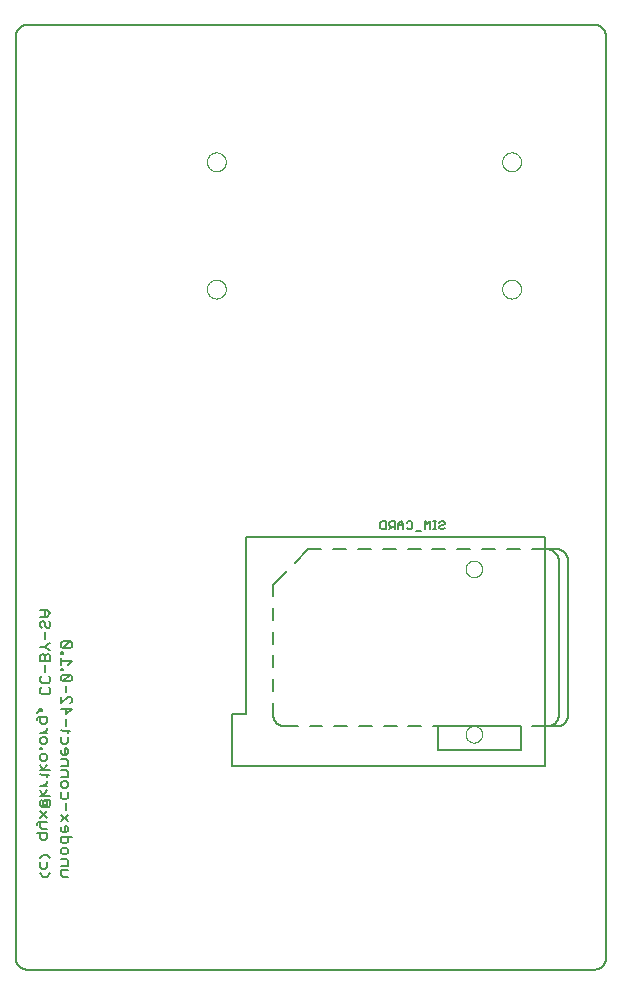
<source format=gbo>
G75*
%MOIN*%
%OFA0B0*%
%FSLAX25Y25*%
%IPPOS*%
%LPD*%
%AMOC8*
5,1,8,0,0,1.08239X$1,22.5*
%
%ADD10C,0.00600*%
%ADD11C,0.00500*%
%ADD12C,0.00000*%
%ADD13C,0.00787*%
D10*
X0014308Y0036009D02*
X0015443Y0036009D01*
X0016577Y0037143D01*
X0014875Y0038464D02*
X0015443Y0039031D01*
X0015443Y0040733D01*
X0016577Y0042147D02*
X0015443Y0043282D01*
X0014308Y0043282D01*
X0013174Y0042147D01*
X0013174Y0040733D02*
X0013174Y0039031D01*
X0013741Y0038464D01*
X0014875Y0038464D01*
X0013174Y0037143D02*
X0014308Y0036009D01*
X0020261Y0036576D02*
X0020261Y0038277D01*
X0022529Y0038277D01*
X0022529Y0039692D02*
X0020261Y0039692D01*
X0022529Y0039692D02*
X0022529Y0041393D01*
X0021962Y0041960D01*
X0020261Y0041960D01*
X0020828Y0043375D02*
X0020261Y0043942D01*
X0020261Y0045076D01*
X0020828Y0045644D01*
X0021962Y0045644D01*
X0022529Y0045076D01*
X0022529Y0043942D01*
X0021962Y0043375D01*
X0020828Y0043375D01*
X0020828Y0047058D02*
X0020261Y0047625D01*
X0020261Y0049327D01*
X0023664Y0049327D01*
X0022529Y0049327D02*
X0022529Y0047625D01*
X0021962Y0047058D01*
X0020828Y0047058D01*
X0020828Y0050741D02*
X0020261Y0051308D01*
X0020261Y0052443D01*
X0021395Y0053010D02*
X0021395Y0050741D01*
X0021962Y0050741D02*
X0022529Y0051308D01*
X0022529Y0052443D01*
X0021962Y0053010D01*
X0021395Y0053010D01*
X0022529Y0054424D02*
X0020261Y0056693D01*
X0021962Y0058108D02*
X0021962Y0060376D01*
X0021962Y0061791D02*
X0020828Y0061791D01*
X0020261Y0062358D01*
X0020261Y0064059D01*
X0020828Y0065474D02*
X0020261Y0066041D01*
X0020261Y0067175D01*
X0020828Y0067742D01*
X0021962Y0067742D01*
X0022529Y0067175D01*
X0022529Y0066041D01*
X0021962Y0065474D01*
X0020828Y0065474D01*
X0022529Y0064059D02*
X0022529Y0062358D01*
X0021962Y0061791D01*
X0022529Y0056693D02*
X0020261Y0054424D01*
X0020828Y0050741D02*
X0021962Y0050741D01*
X0015443Y0050554D02*
X0015443Y0048853D01*
X0014875Y0048286D01*
X0013741Y0048286D01*
X0013174Y0048853D01*
X0013174Y0050554D01*
X0012040Y0050554D02*
X0015443Y0050554D01*
X0015443Y0051969D02*
X0013741Y0051969D01*
X0013174Y0052536D01*
X0013174Y0054238D01*
X0012607Y0054238D02*
X0012040Y0053670D01*
X0012040Y0053103D01*
X0012607Y0054238D02*
X0015443Y0054238D01*
X0015443Y0055652D02*
X0013174Y0057921D01*
X0013741Y0059335D02*
X0016010Y0059335D01*
X0016577Y0059902D01*
X0016577Y0061037D01*
X0016010Y0061604D01*
X0014875Y0061604D01*
X0014308Y0061037D01*
X0015443Y0061037D01*
X0015443Y0059902D01*
X0014308Y0059902D01*
X0014308Y0061037D01*
X0013741Y0061604D02*
X0013174Y0061037D01*
X0013174Y0059902D01*
X0013741Y0059335D01*
X0015443Y0057921D02*
X0013174Y0055652D01*
X0013174Y0063018D02*
X0016577Y0063018D01*
X0015443Y0064720D02*
X0014308Y0063018D01*
X0013174Y0064720D01*
X0013174Y0066088D02*
X0015443Y0066088D01*
X0015443Y0067222D02*
X0015443Y0067789D01*
X0015443Y0067222D02*
X0014308Y0066088D01*
X0015443Y0069157D02*
X0015443Y0070291D01*
X0016010Y0069724D02*
X0013741Y0069724D01*
X0013174Y0070291D01*
X0013174Y0071612D02*
X0016577Y0071612D01*
X0015443Y0073314D02*
X0014308Y0071612D01*
X0013174Y0073314D01*
X0013741Y0074682D02*
X0013174Y0075249D01*
X0013174Y0076383D01*
X0013741Y0076950D01*
X0014875Y0076950D01*
X0015443Y0076383D01*
X0015443Y0075249D01*
X0014875Y0074682D01*
X0013741Y0074682D01*
X0013741Y0078365D02*
X0013741Y0078932D01*
X0013174Y0078932D01*
X0013174Y0078365D01*
X0013741Y0078365D01*
X0013741Y0080206D02*
X0013174Y0080774D01*
X0013174Y0081908D01*
X0013741Y0082475D01*
X0014875Y0082475D01*
X0015443Y0081908D01*
X0015443Y0080774D01*
X0014875Y0080206D01*
X0013741Y0080206D01*
X0013174Y0083890D02*
X0015443Y0083890D01*
X0015443Y0085024D02*
X0015443Y0085591D01*
X0015443Y0085024D02*
X0014308Y0083890D01*
X0013741Y0086959D02*
X0013174Y0087526D01*
X0013174Y0089227D01*
X0012607Y0089227D02*
X0012040Y0088660D01*
X0012040Y0088093D01*
X0012607Y0089227D02*
X0015443Y0089227D01*
X0015443Y0087526D01*
X0014875Y0086959D01*
X0013741Y0086959D01*
X0012040Y0090642D02*
X0013174Y0091776D01*
X0013174Y0091209D01*
X0013741Y0091209D01*
X0013741Y0091776D01*
X0013174Y0091776D01*
X0013741Y0096780D02*
X0013174Y0097348D01*
X0013174Y0098482D01*
X0013741Y0099049D01*
X0013741Y0100464D02*
X0013174Y0101031D01*
X0013174Y0102165D01*
X0013741Y0102732D01*
X0014875Y0104147D02*
X0014875Y0106415D01*
X0014875Y0107830D02*
X0014875Y0109531D01*
X0014308Y0110099D01*
X0013741Y0110099D01*
X0013174Y0109531D01*
X0013174Y0107830D01*
X0016577Y0107830D01*
X0016577Y0109531D01*
X0016010Y0110099D01*
X0015443Y0110099D01*
X0014875Y0109531D01*
X0016010Y0111513D02*
X0014875Y0112647D01*
X0013174Y0112647D01*
X0014875Y0112647D02*
X0016010Y0113782D01*
X0016577Y0113782D01*
X0014875Y0115196D02*
X0014875Y0117465D01*
X0015443Y0118879D02*
X0014875Y0119447D01*
X0014875Y0120581D01*
X0014308Y0121148D01*
X0013741Y0121148D01*
X0013174Y0120581D01*
X0013174Y0119447D01*
X0013741Y0118879D01*
X0015443Y0118879D02*
X0016010Y0118879D01*
X0016577Y0119447D01*
X0016577Y0120581D01*
X0016010Y0121148D01*
X0015443Y0122563D02*
X0013174Y0122563D01*
X0014875Y0122563D02*
X0014875Y0124831D01*
X0015443Y0124831D02*
X0013174Y0124831D01*
X0015443Y0124831D02*
X0016577Y0123697D01*
X0015443Y0122563D01*
X0020828Y0114396D02*
X0020261Y0113828D01*
X0020261Y0112694D01*
X0020828Y0112127D01*
X0023096Y0114396D01*
X0020828Y0114396D01*
X0023096Y0114396D02*
X0023664Y0113828D01*
X0023664Y0112694D01*
X0023096Y0112127D01*
X0020828Y0112127D01*
X0020828Y0110853D02*
X0020261Y0110853D01*
X0020261Y0110285D01*
X0020828Y0110285D01*
X0020828Y0110853D01*
X0020261Y0108871D02*
X0020261Y0106602D01*
X0020261Y0107737D02*
X0023664Y0107737D01*
X0022529Y0106602D01*
X0020828Y0105328D02*
X0020261Y0105328D01*
X0020261Y0104761D01*
X0020828Y0104761D01*
X0020828Y0105328D01*
X0020828Y0103346D02*
X0020261Y0102779D01*
X0020261Y0101645D01*
X0020828Y0101078D01*
X0023096Y0103346D01*
X0020828Y0103346D01*
X0023096Y0103346D02*
X0023664Y0102779D01*
X0023664Y0101645D01*
X0023096Y0101078D01*
X0020828Y0101078D01*
X0021962Y0099663D02*
X0021962Y0097394D01*
X0022529Y0095980D02*
X0023096Y0095980D01*
X0023664Y0095413D01*
X0023664Y0094278D01*
X0023096Y0093711D01*
X0021962Y0092297D02*
X0021962Y0090028D01*
X0023664Y0091730D01*
X0020261Y0091730D01*
X0020261Y0093711D02*
X0022529Y0095980D01*
X0020261Y0095980D02*
X0020261Y0093711D01*
X0016577Y0097348D02*
X0016010Y0096780D01*
X0013741Y0096780D01*
X0016577Y0097348D02*
X0016577Y0098482D01*
X0016010Y0099049D01*
X0016010Y0100464D02*
X0013741Y0100464D01*
X0016010Y0100464D02*
X0016577Y0101031D01*
X0016577Y0102165D01*
X0016010Y0102732D01*
X0016010Y0111513D02*
X0016577Y0111513D01*
X0021962Y0088614D02*
X0021962Y0086345D01*
X0022529Y0085024D02*
X0022529Y0083890D01*
X0023096Y0084457D02*
X0020828Y0084457D01*
X0020261Y0085024D01*
X0020261Y0082475D02*
X0020261Y0080774D01*
X0020828Y0080206D01*
X0021962Y0080206D01*
X0022529Y0080774D01*
X0022529Y0082475D01*
X0021962Y0078792D02*
X0021395Y0078792D01*
X0021395Y0076523D01*
X0021962Y0076523D02*
X0022529Y0077090D01*
X0022529Y0078225D01*
X0021962Y0078792D01*
X0020261Y0078225D02*
X0020261Y0077090D01*
X0020828Y0076523D01*
X0021962Y0076523D01*
X0021962Y0075109D02*
X0020261Y0075109D01*
X0021962Y0075109D02*
X0022529Y0074542D01*
X0022529Y0072840D01*
X0020261Y0072840D01*
X0020261Y0071426D02*
X0021962Y0071426D01*
X0022529Y0070858D01*
X0022529Y0069157D01*
X0020261Y0069157D01*
X0020261Y0036576D02*
X0020828Y0036009D01*
X0022529Y0036009D01*
D11*
X0005000Y0008937D02*
X0005000Y0316024D01*
X0005002Y0316148D01*
X0005008Y0316271D01*
X0005017Y0316395D01*
X0005031Y0316517D01*
X0005048Y0316640D01*
X0005070Y0316762D01*
X0005095Y0316883D01*
X0005124Y0317003D01*
X0005156Y0317122D01*
X0005193Y0317241D01*
X0005233Y0317358D01*
X0005276Y0317473D01*
X0005324Y0317588D01*
X0005375Y0317700D01*
X0005429Y0317811D01*
X0005487Y0317921D01*
X0005548Y0318028D01*
X0005613Y0318134D01*
X0005681Y0318237D01*
X0005752Y0318338D01*
X0005826Y0318437D01*
X0005903Y0318534D01*
X0005984Y0318628D01*
X0006067Y0318719D01*
X0006153Y0318808D01*
X0006242Y0318894D01*
X0006333Y0318977D01*
X0006427Y0319058D01*
X0006524Y0319135D01*
X0006623Y0319209D01*
X0006724Y0319280D01*
X0006827Y0319348D01*
X0006933Y0319413D01*
X0007040Y0319474D01*
X0007150Y0319532D01*
X0007261Y0319586D01*
X0007373Y0319637D01*
X0007488Y0319685D01*
X0007603Y0319728D01*
X0007720Y0319768D01*
X0007839Y0319805D01*
X0007958Y0319837D01*
X0008078Y0319866D01*
X0008199Y0319891D01*
X0008321Y0319913D01*
X0008444Y0319930D01*
X0008566Y0319944D01*
X0008690Y0319953D01*
X0008813Y0319959D01*
X0008937Y0319961D01*
X0197913Y0319961D01*
X0198037Y0319959D01*
X0198160Y0319953D01*
X0198284Y0319944D01*
X0198406Y0319930D01*
X0198529Y0319913D01*
X0198651Y0319891D01*
X0198772Y0319866D01*
X0198892Y0319837D01*
X0199011Y0319805D01*
X0199130Y0319768D01*
X0199247Y0319728D01*
X0199362Y0319685D01*
X0199477Y0319637D01*
X0199589Y0319586D01*
X0199700Y0319532D01*
X0199810Y0319474D01*
X0199917Y0319413D01*
X0200023Y0319348D01*
X0200126Y0319280D01*
X0200227Y0319209D01*
X0200326Y0319135D01*
X0200423Y0319058D01*
X0200517Y0318977D01*
X0200608Y0318894D01*
X0200697Y0318808D01*
X0200783Y0318719D01*
X0200866Y0318628D01*
X0200947Y0318534D01*
X0201024Y0318437D01*
X0201098Y0318338D01*
X0201169Y0318237D01*
X0201237Y0318134D01*
X0201302Y0318028D01*
X0201363Y0317921D01*
X0201421Y0317811D01*
X0201475Y0317700D01*
X0201526Y0317588D01*
X0201574Y0317473D01*
X0201617Y0317358D01*
X0201657Y0317241D01*
X0201694Y0317122D01*
X0201726Y0317003D01*
X0201755Y0316883D01*
X0201780Y0316762D01*
X0201802Y0316640D01*
X0201819Y0316517D01*
X0201833Y0316395D01*
X0201842Y0316271D01*
X0201848Y0316148D01*
X0201850Y0316024D01*
X0201850Y0008937D01*
X0201848Y0008813D01*
X0201842Y0008690D01*
X0201833Y0008566D01*
X0201819Y0008444D01*
X0201802Y0008321D01*
X0201780Y0008199D01*
X0201755Y0008078D01*
X0201726Y0007958D01*
X0201694Y0007839D01*
X0201657Y0007720D01*
X0201617Y0007603D01*
X0201574Y0007488D01*
X0201526Y0007373D01*
X0201475Y0007261D01*
X0201421Y0007150D01*
X0201363Y0007040D01*
X0201302Y0006933D01*
X0201237Y0006827D01*
X0201169Y0006724D01*
X0201098Y0006623D01*
X0201024Y0006524D01*
X0200947Y0006427D01*
X0200866Y0006333D01*
X0200783Y0006242D01*
X0200697Y0006153D01*
X0200608Y0006067D01*
X0200517Y0005984D01*
X0200423Y0005903D01*
X0200326Y0005826D01*
X0200227Y0005752D01*
X0200126Y0005681D01*
X0200023Y0005613D01*
X0199917Y0005548D01*
X0199810Y0005487D01*
X0199700Y0005429D01*
X0199589Y0005375D01*
X0199477Y0005324D01*
X0199362Y0005276D01*
X0199247Y0005233D01*
X0199130Y0005193D01*
X0199011Y0005156D01*
X0198892Y0005124D01*
X0198772Y0005095D01*
X0198651Y0005070D01*
X0198529Y0005048D01*
X0198406Y0005031D01*
X0198284Y0005017D01*
X0198160Y0005008D01*
X0198037Y0005002D01*
X0197913Y0005000D01*
X0008937Y0005000D01*
X0008813Y0005002D01*
X0008690Y0005008D01*
X0008566Y0005017D01*
X0008444Y0005031D01*
X0008321Y0005048D01*
X0008199Y0005070D01*
X0008078Y0005095D01*
X0007958Y0005124D01*
X0007839Y0005156D01*
X0007720Y0005193D01*
X0007603Y0005233D01*
X0007488Y0005276D01*
X0007373Y0005324D01*
X0007261Y0005375D01*
X0007150Y0005429D01*
X0007040Y0005487D01*
X0006933Y0005548D01*
X0006827Y0005613D01*
X0006724Y0005681D01*
X0006623Y0005752D01*
X0006524Y0005826D01*
X0006427Y0005903D01*
X0006333Y0005984D01*
X0006242Y0006067D01*
X0006153Y0006153D01*
X0006067Y0006242D01*
X0005984Y0006333D01*
X0005903Y0006427D01*
X0005826Y0006524D01*
X0005752Y0006623D01*
X0005681Y0006724D01*
X0005613Y0006827D01*
X0005548Y0006933D01*
X0005487Y0007040D01*
X0005429Y0007150D01*
X0005375Y0007261D01*
X0005324Y0007373D01*
X0005276Y0007488D01*
X0005233Y0007603D01*
X0005193Y0007720D01*
X0005156Y0007839D01*
X0005124Y0007958D01*
X0005095Y0008078D01*
X0005070Y0008199D01*
X0005048Y0008321D01*
X0005031Y0008444D01*
X0005017Y0008566D01*
X0005008Y0008690D01*
X0005002Y0008813D01*
X0005000Y0008937D01*
X0127062Y0151707D02*
X0126612Y0152157D01*
X0126612Y0153959D01*
X0127062Y0154409D01*
X0128414Y0154409D01*
X0128414Y0151707D01*
X0127062Y0151707D01*
X0129559Y0151707D02*
X0130459Y0152607D01*
X0130009Y0152607D02*
X0131360Y0152607D01*
X0131360Y0151707D02*
X0131360Y0154409D01*
X0130009Y0154409D01*
X0129559Y0153959D01*
X0129559Y0153058D01*
X0130009Y0152607D01*
X0132505Y0153058D02*
X0134307Y0153058D01*
X0134307Y0153508D02*
X0133406Y0154409D01*
X0132505Y0153508D01*
X0132505Y0151707D01*
X0134307Y0151707D02*
X0134307Y0153508D01*
X0135452Y0153959D02*
X0135902Y0154409D01*
X0136803Y0154409D01*
X0137253Y0153959D01*
X0137253Y0152157D01*
X0136803Y0151707D01*
X0135902Y0151707D01*
X0135452Y0152157D01*
X0138398Y0151256D02*
X0140200Y0151256D01*
X0141345Y0151707D02*
X0141345Y0154409D01*
X0142245Y0153508D01*
X0143146Y0154409D01*
X0143146Y0151707D01*
X0144210Y0151707D02*
X0145111Y0151707D01*
X0144660Y0151707D02*
X0144660Y0154409D01*
X0144210Y0154409D02*
X0145111Y0154409D01*
X0146256Y0153959D02*
X0146706Y0154409D01*
X0147607Y0154409D01*
X0148057Y0153959D01*
X0148057Y0153508D01*
X0147607Y0153058D01*
X0146706Y0153058D01*
X0146256Y0152607D01*
X0146256Y0152157D01*
X0146706Y0151707D01*
X0147607Y0151707D01*
X0148057Y0152157D01*
D12*
X0155000Y0138543D02*
X0155002Y0138648D01*
X0155008Y0138753D01*
X0155018Y0138857D01*
X0155032Y0138961D01*
X0155050Y0139065D01*
X0155072Y0139167D01*
X0155097Y0139269D01*
X0155127Y0139370D01*
X0155160Y0139469D01*
X0155197Y0139567D01*
X0155238Y0139664D01*
X0155283Y0139759D01*
X0155331Y0139852D01*
X0155382Y0139944D01*
X0155438Y0140033D01*
X0155496Y0140120D01*
X0155558Y0140205D01*
X0155622Y0140288D01*
X0155690Y0140368D01*
X0155761Y0140445D01*
X0155835Y0140519D01*
X0155912Y0140591D01*
X0155991Y0140660D01*
X0156073Y0140725D01*
X0156157Y0140788D01*
X0156244Y0140847D01*
X0156333Y0140903D01*
X0156424Y0140956D01*
X0156517Y0141005D01*
X0156611Y0141050D01*
X0156707Y0141092D01*
X0156805Y0141130D01*
X0156904Y0141164D01*
X0157005Y0141195D01*
X0157106Y0141221D01*
X0157209Y0141244D01*
X0157312Y0141263D01*
X0157416Y0141278D01*
X0157520Y0141289D01*
X0157625Y0141296D01*
X0157730Y0141299D01*
X0157835Y0141298D01*
X0157940Y0141293D01*
X0158044Y0141284D01*
X0158148Y0141271D01*
X0158252Y0141254D01*
X0158355Y0141233D01*
X0158457Y0141208D01*
X0158558Y0141180D01*
X0158657Y0141147D01*
X0158756Y0141111D01*
X0158853Y0141071D01*
X0158948Y0141028D01*
X0159042Y0140980D01*
X0159134Y0140930D01*
X0159224Y0140876D01*
X0159312Y0140818D01*
X0159397Y0140757D01*
X0159480Y0140693D01*
X0159561Y0140626D01*
X0159639Y0140556D01*
X0159714Y0140482D01*
X0159786Y0140407D01*
X0159856Y0140328D01*
X0159922Y0140247D01*
X0159986Y0140163D01*
X0160046Y0140077D01*
X0160102Y0139989D01*
X0160156Y0139898D01*
X0160206Y0139806D01*
X0160252Y0139712D01*
X0160295Y0139616D01*
X0160334Y0139518D01*
X0160369Y0139420D01*
X0160400Y0139319D01*
X0160428Y0139218D01*
X0160452Y0139116D01*
X0160472Y0139013D01*
X0160488Y0138909D01*
X0160500Y0138805D01*
X0160508Y0138700D01*
X0160512Y0138595D01*
X0160512Y0138491D01*
X0160508Y0138386D01*
X0160500Y0138281D01*
X0160488Y0138177D01*
X0160472Y0138073D01*
X0160452Y0137970D01*
X0160428Y0137868D01*
X0160400Y0137767D01*
X0160369Y0137666D01*
X0160334Y0137568D01*
X0160295Y0137470D01*
X0160252Y0137374D01*
X0160206Y0137280D01*
X0160156Y0137188D01*
X0160102Y0137097D01*
X0160046Y0137009D01*
X0159986Y0136923D01*
X0159922Y0136839D01*
X0159856Y0136758D01*
X0159786Y0136679D01*
X0159714Y0136604D01*
X0159639Y0136530D01*
X0159561Y0136460D01*
X0159480Y0136393D01*
X0159397Y0136329D01*
X0159312Y0136268D01*
X0159224Y0136210D01*
X0159134Y0136156D01*
X0159042Y0136106D01*
X0158948Y0136058D01*
X0158853Y0136015D01*
X0158756Y0135975D01*
X0158657Y0135939D01*
X0158558Y0135906D01*
X0158457Y0135878D01*
X0158355Y0135853D01*
X0158252Y0135832D01*
X0158148Y0135815D01*
X0158044Y0135802D01*
X0157940Y0135793D01*
X0157835Y0135788D01*
X0157730Y0135787D01*
X0157625Y0135790D01*
X0157520Y0135797D01*
X0157416Y0135808D01*
X0157312Y0135823D01*
X0157209Y0135842D01*
X0157106Y0135865D01*
X0157005Y0135891D01*
X0156904Y0135922D01*
X0156805Y0135956D01*
X0156707Y0135994D01*
X0156611Y0136036D01*
X0156517Y0136081D01*
X0156424Y0136130D01*
X0156333Y0136183D01*
X0156244Y0136239D01*
X0156157Y0136298D01*
X0156073Y0136361D01*
X0155991Y0136426D01*
X0155912Y0136495D01*
X0155835Y0136567D01*
X0155761Y0136641D01*
X0155690Y0136718D01*
X0155622Y0136798D01*
X0155558Y0136881D01*
X0155496Y0136966D01*
X0155438Y0137053D01*
X0155382Y0137142D01*
X0155331Y0137234D01*
X0155283Y0137327D01*
X0155238Y0137422D01*
X0155197Y0137519D01*
X0155160Y0137617D01*
X0155127Y0137716D01*
X0155097Y0137817D01*
X0155072Y0137919D01*
X0155050Y0138021D01*
X0155032Y0138125D01*
X0155018Y0138229D01*
X0155008Y0138333D01*
X0155002Y0138438D01*
X0155000Y0138543D01*
X0155000Y0083425D02*
X0155002Y0083530D01*
X0155008Y0083635D01*
X0155018Y0083739D01*
X0155032Y0083843D01*
X0155050Y0083947D01*
X0155072Y0084049D01*
X0155097Y0084151D01*
X0155127Y0084252D01*
X0155160Y0084351D01*
X0155197Y0084449D01*
X0155238Y0084546D01*
X0155283Y0084641D01*
X0155331Y0084734D01*
X0155382Y0084826D01*
X0155438Y0084915D01*
X0155496Y0085002D01*
X0155558Y0085087D01*
X0155622Y0085170D01*
X0155690Y0085250D01*
X0155761Y0085327D01*
X0155835Y0085401D01*
X0155912Y0085473D01*
X0155991Y0085542D01*
X0156073Y0085607D01*
X0156157Y0085670D01*
X0156244Y0085729D01*
X0156333Y0085785D01*
X0156424Y0085838D01*
X0156517Y0085887D01*
X0156611Y0085932D01*
X0156707Y0085974D01*
X0156805Y0086012D01*
X0156904Y0086046D01*
X0157005Y0086077D01*
X0157106Y0086103D01*
X0157209Y0086126D01*
X0157312Y0086145D01*
X0157416Y0086160D01*
X0157520Y0086171D01*
X0157625Y0086178D01*
X0157730Y0086181D01*
X0157835Y0086180D01*
X0157940Y0086175D01*
X0158044Y0086166D01*
X0158148Y0086153D01*
X0158252Y0086136D01*
X0158355Y0086115D01*
X0158457Y0086090D01*
X0158558Y0086062D01*
X0158657Y0086029D01*
X0158756Y0085993D01*
X0158853Y0085953D01*
X0158948Y0085910D01*
X0159042Y0085862D01*
X0159134Y0085812D01*
X0159224Y0085758D01*
X0159312Y0085700D01*
X0159397Y0085639D01*
X0159480Y0085575D01*
X0159561Y0085508D01*
X0159639Y0085438D01*
X0159714Y0085364D01*
X0159786Y0085289D01*
X0159856Y0085210D01*
X0159922Y0085129D01*
X0159986Y0085045D01*
X0160046Y0084959D01*
X0160102Y0084871D01*
X0160156Y0084780D01*
X0160206Y0084688D01*
X0160252Y0084594D01*
X0160295Y0084498D01*
X0160334Y0084400D01*
X0160369Y0084302D01*
X0160400Y0084201D01*
X0160428Y0084100D01*
X0160452Y0083998D01*
X0160472Y0083895D01*
X0160488Y0083791D01*
X0160500Y0083687D01*
X0160508Y0083582D01*
X0160512Y0083477D01*
X0160512Y0083373D01*
X0160508Y0083268D01*
X0160500Y0083163D01*
X0160488Y0083059D01*
X0160472Y0082955D01*
X0160452Y0082852D01*
X0160428Y0082750D01*
X0160400Y0082649D01*
X0160369Y0082548D01*
X0160334Y0082450D01*
X0160295Y0082352D01*
X0160252Y0082256D01*
X0160206Y0082162D01*
X0160156Y0082070D01*
X0160102Y0081979D01*
X0160046Y0081891D01*
X0159986Y0081805D01*
X0159922Y0081721D01*
X0159856Y0081640D01*
X0159786Y0081561D01*
X0159714Y0081486D01*
X0159639Y0081412D01*
X0159561Y0081342D01*
X0159480Y0081275D01*
X0159397Y0081211D01*
X0159312Y0081150D01*
X0159224Y0081092D01*
X0159134Y0081038D01*
X0159042Y0080988D01*
X0158948Y0080940D01*
X0158853Y0080897D01*
X0158756Y0080857D01*
X0158657Y0080821D01*
X0158558Y0080788D01*
X0158457Y0080760D01*
X0158355Y0080735D01*
X0158252Y0080714D01*
X0158148Y0080697D01*
X0158044Y0080684D01*
X0157940Y0080675D01*
X0157835Y0080670D01*
X0157730Y0080669D01*
X0157625Y0080672D01*
X0157520Y0080679D01*
X0157416Y0080690D01*
X0157312Y0080705D01*
X0157209Y0080724D01*
X0157106Y0080747D01*
X0157005Y0080773D01*
X0156904Y0080804D01*
X0156805Y0080838D01*
X0156707Y0080876D01*
X0156611Y0080918D01*
X0156517Y0080963D01*
X0156424Y0081012D01*
X0156333Y0081065D01*
X0156244Y0081121D01*
X0156157Y0081180D01*
X0156073Y0081243D01*
X0155991Y0081308D01*
X0155912Y0081377D01*
X0155835Y0081449D01*
X0155761Y0081523D01*
X0155690Y0081600D01*
X0155622Y0081680D01*
X0155558Y0081763D01*
X0155496Y0081848D01*
X0155438Y0081935D01*
X0155382Y0082024D01*
X0155331Y0082116D01*
X0155283Y0082209D01*
X0155238Y0082304D01*
X0155197Y0082401D01*
X0155160Y0082499D01*
X0155127Y0082598D01*
X0155097Y0082699D01*
X0155072Y0082801D01*
X0155050Y0082903D01*
X0155032Y0083007D01*
X0155018Y0083111D01*
X0155008Y0083215D01*
X0155002Y0083320D01*
X0155000Y0083425D01*
X0167204Y0231831D02*
X0167206Y0231943D01*
X0167212Y0232054D01*
X0167222Y0232166D01*
X0167236Y0232277D01*
X0167253Y0232387D01*
X0167275Y0232497D01*
X0167301Y0232606D01*
X0167330Y0232714D01*
X0167363Y0232820D01*
X0167400Y0232926D01*
X0167441Y0233030D01*
X0167486Y0233133D01*
X0167534Y0233234D01*
X0167585Y0233333D01*
X0167640Y0233430D01*
X0167699Y0233525D01*
X0167760Y0233619D01*
X0167825Y0233710D01*
X0167894Y0233798D01*
X0167965Y0233884D01*
X0168039Y0233968D01*
X0168117Y0234048D01*
X0168197Y0234126D01*
X0168280Y0234202D01*
X0168365Y0234274D01*
X0168453Y0234343D01*
X0168543Y0234409D01*
X0168636Y0234471D01*
X0168731Y0234531D01*
X0168828Y0234587D01*
X0168926Y0234639D01*
X0169027Y0234688D01*
X0169129Y0234733D01*
X0169233Y0234775D01*
X0169338Y0234813D01*
X0169445Y0234847D01*
X0169552Y0234877D01*
X0169661Y0234904D01*
X0169770Y0234926D01*
X0169881Y0234945D01*
X0169991Y0234960D01*
X0170103Y0234971D01*
X0170214Y0234978D01*
X0170326Y0234981D01*
X0170438Y0234980D01*
X0170550Y0234975D01*
X0170661Y0234966D01*
X0170772Y0234953D01*
X0170883Y0234936D01*
X0170993Y0234916D01*
X0171102Y0234891D01*
X0171210Y0234863D01*
X0171317Y0234830D01*
X0171423Y0234794D01*
X0171527Y0234754D01*
X0171630Y0234711D01*
X0171732Y0234664D01*
X0171831Y0234613D01*
X0171929Y0234559D01*
X0172025Y0234501D01*
X0172119Y0234440D01*
X0172210Y0234376D01*
X0172299Y0234309D01*
X0172386Y0234238D01*
X0172470Y0234164D01*
X0172552Y0234088D01*
X0172630Y0234008D01*
X0172706Y0233926D01*
X0172779Y0233841D01*
X0172849Y0233754D01*
X0172915Y0233664D01*
X0172979Y0233572D01*
X0173039Y0233478D01*
X0173096Y0233382D01*
X0173149Y0233283D01*
X0173199Y0233183D01*
X0173245Y0233082D01*
X0173288Y0232978D01*
X0173327Y0232873D01*
X0173362Y0232767D01*
X0173393Y0232660D01*
X0173421Y0232551D01*
X0173444Y0232442D01*
X0173464Y0232332D01*
X0173480Y0232221D01*
X0173492Y0232110D01*
X0173500Y0231999D01*
X0173504Y0231887D01*
X0173504Y0231775D01*
X0173500Y0231663D01*
X0173492Y0231552D01*
X0173480Y0231441D01*
X0173464Y0231330D01*
X0173444Y0231220D01*
X0173421Y0231111D01*
X0173393Y0231002D01*
X0173362Y0230895D01*
X0173327Y0230789D01*
X0173288Y0230684D01*
X0173245Y0230580D01*
X0173199Y0230479D01*
X0173149Y0230379D01*
X0173096Y0230280D01*
X0173039Y0230184D01*
X0172979Y0230090D01*
X0172915Y0229998D01*
X0172849Y0229908D01*
X0172779Y0229821D01*
X0172706Y0229736D01*
X0172630Y0229654D01*
X0172552Y0229574D01*
X0172470Y0229498D01*
X0172386Y0229424D01*
X0172299Y0229353D01*
X0172210Y0229286D01*
X0172119Y0229222D01*
X0172025Y0229161D01*
X0171929Y0229103D01*
X0171831Y0229049D01*
X0171732Y0228998D01*
X0171630Y0228951D01*
X0171527Y0228908D01*
X0171423Y0228868D01*
X0171317Y0228832D01*
X0171210Y0228799D01*
X0171102Y0228771D01*
X0170993Y0228746D01*
X0170883Y0228726D01*
X0170772Y0228709D01*
X0170661Y0228696D01*
X0170550Y0228687D01*
X0170438Y0228682D01*
X0170326Y0228681D01*
X0170214Y0228684D01*
X0170103Y0228691D01*
X0169991Y0228702D01*
X0169881Y0228717D01*
X0169770Y0228736D01*
X0169661Y0228758D01*
X0169552Y0228785D01*
X0169445Y0228815D01*
X0169338Y0228849D01*
X0169233Y0228887D01*
X0169129Y0228929D01*
X0169027Y0228974D01*
X0168926Y0229023D01*
X0168828Y0229075D01*
X0168731Y0229131D01*
X0168636Y0229191D01*
X0168543Y0229253D01*
X0168453Y0229319D01*
X0168365Y0229388D01*
X0168280Y0229460D01*
X0168197Y0229536D01*
X0168117Y0229614D01*
X0168039Y0229694D01*
X0167965Y0229778D01*
X0167894Y0229864D01*
X0167825Y0229952D01*
X0167760Y0230043D01*
X0167699Y0230137D01*
X0167640Y0230232D01*
X0167585Y0230329D01*
X0167534Y0230428D01*
X0167486Y0230529D01*
X0167441Y0230632D01*
X0167400Y0230736D01*
X0167363Y0230842D01*
X0167330Y0230948D01*
X0167301Y0231056D01*
X0167275Y0231165D01*
X0167253Y0231275D01*
X0167236Y0231385D01*
X0167222Y0231496D01*
X0167212Y0231608D01*
X0167206Y0231719D01*
X0167204Y0231831D01*
X0167204Y0274232D02*
X0167206Y0274344D01*
X0167212Y0274455D01*
X0167222Y0274567D01*
X0167236Y0274678D01*
X0167253Y0274788D01*
X0167275Y0274898D01*
X0167301Y0275007D01*
X0167330Y0275115D01*
X0167363Y0275221D01*
X0167400Y0275327D01*
X0167441Y0275431D01*
X0167486Y0275534D01*
X0167534Y0275635D01*
X0167585Y0275734D01*
X0167640Y0275831D01*
X0167699Y0275926D01*
X0167760Y0276020D01*
X0167825Y0276111D01*
X0167894Y0276199D01*
X0167965Y0276285D01*
X0168039Y0276369D01*
X0168117Y0276449D01*
X0168197Y0276527D01*
X0168280Y0276603D01*
X0168365Y0276675D01*
X0168453Y0276744D01*
X0168543Y0276810D01*
X0168636Y0276872D01*
X0168731Y0276932D01*
X0168828Y0276988D01*
X0168926Y0277040D01*
X0169027Y0277089D01*
X0169129Y0277134D01*
X0169233Y0277176D01*
X0169338Y0277214D01*
X0169445Y0277248D01*
X0169552Y0277278D01*
X0169661Y0277305D01*
X0169770Y0277327D01*
X0169881Y0277346D01*
X0169991Y0277361D01*
X0170103Y0277372D01*
X0170214Y0277379D01*
X0170326Y0277382D01*
X0170438Y0277381D01*
X0170550Y0277376D01*
X0170661Y0277367D01*
X0170772Y0277354D01*
X0170883Y0277337D01*
X0170993Y0277317D01*
X0171102Y0277292D01*
X0171210Y0277264D01*
X0171317Y0277231D01*
X0171423Y0277195D01*
X0171527Y0277155D01*
X0171630Y0277112D01*
X0171732Y0277065D01*
X0171831Y0277014D01*
X0171929Y0276960D01*
X0172025Y0276902D01*
X0172119Y0276841D01*
X0172210Y0276777D01*
X0172299Y0276710D01*
X0172386Y0276639D01*
X0172470Y0276565D01*
X0172552Y0276489D01*
X0172630Y0276409D01*
X0172706Y0276327D01*
X0172779Y0276242D01*
X0172849Y0276155D01*
X0172915Y0276065D01*
X0172979Y0275973D01*
X0173039Y0275879D01*
X0173096Y0275783D01*
X0173149Y0275684D01*
X0173199Y0275584D01*
X0173245Y0275483D01*
X0173288Y0275379D01*
X0173327Y0275274D01*
X0173362Y0275168D01*
X0173393Y0275061D01*
X0173421Y0274952D01*
X0173444Y0274843D01*
X0173464Y0274733D01*
X0173480Y0274622D01*
X0173492Y0274511D01*
X0173500Y0274400D01*
X0173504Y0274288D01*
X0173504Y0274176D01*
X0173500Y0274064D01*
X0173492Y0273953D01*
X0173480Y0273842D01*
X0173464Y0273731D01*
X0173444Y0273621D01*
X0173421Y0273512D01*
X0173393Y0273403D01*
X0173362Y0273296D01*
X0173327Y0273190D01*
X0173288Y0273085D01*
X0173245Y0272981D01*
X0173199Y0272880D01*
X0173149Y0272780D01*
X0173096Y0272681D01*
X0173039Y0272585D01*
X0172979Y0272491D01*
X0172915Y0272399D01*
X0172849Y0272309D01*
X0172779Y0272222D01*
X0172706Y0272137D01*
X0172630Y0272055D01*
X0172552Y0271975D01*
X0172470Y0271899D01*
X0172386Y0271825D01*
X0172299Y0271754D01*
X0172210Y0271687D01*
X0172119Y0271623D01*
X0172025Y0271562D01*
X0171929Y0271504D01*
X0171831Y0271450D01*
X0171732Y0271399D01*
X0171630Y0271352D01*
X0171527Y0271309D01*
X0171423Y0271269D01*
X0171317Y0271233D01*
X0171210Y0271200D01*
X0171102Y0271172D01*
X0170993Y0271147D01*
X0170883Y0271127D01*
X0170772Y0271110D01*
X0170661Y0271097D01*
X0170550Y0271088D01*
X0170438Y0271083D01*
X0170326Y0271082D01*
X0170214Y0271085D01*
X0170103Y0271092D01*
X0169991Y0271103D01*
X0169881Y0271118D01*
X0169770Y0271137D01*
X0169661Y0271159D01*
X0169552Y0271186D01*
X0169445Y0271216D01*
X0169338Y0271250D01*
X0169233Y0271288D01*
X0169129Y0271330D01*
X0169027Y0271375D01*
X0168926Y0271424D01*
X0168828Y0271476D01*
X0168731Y0271532D01*
X0168636Y0271592D01*
X0168543Y0271654D01*
X0168453Y0271720D01*
X0168365Y0271789D01*
X0168280Y0271861D01*
X0168197Y0271937D01*
X0168117Y0272015D01*
X0168039Y0272095D01*
X0167965Y0272179D01*
X0167894Y0272265D01*
X0167825Y0272353D01*
X0167760Y0272444D01*
X0167699Y0272538D01*
X0167640Y0272633D01*
X0167585Y0272730D01*
X0167534Y0272829D01*
X0167486Y0272930D01*
X0167441Y0273033D01*
X0167400Y0273137D01*
X0167363Y0273243D01*
X0167330Y0273349D01*
X0167301Y0273457D01*
X0167275Y0273566D01*
X0167253Y0273676D01*
X0167236Y0273786D01*
X0167222Y0273897D01*
X0167212Y0274009D01*
X0167206Y0274120D01*
X0167204Y0274232D01*
X0068779Y0274232D02*
X0068781Y0274344D01*
X0068787Y0274455D01*
X0068797Y0274567D01*
X0068811Y0274678D01*
X0068828Y0274788D01*
X0068850Y0274898D01*
X0068876Y0275007D01*
X0068905Y0275115D01*
X0068938Y0275221D01*
X0068975Y0275327D01*
X0069016Y0275431D01*
X0069061Y0275534D01*
X0069109Y0275635D01*
X0069160Y0275734D01*
X0069215Y0275831D01*
X0069274Y0275926D01*
X0069335Y0276020D01*
X0069400Y0276111D01*
X0069469Y0276199D01*
X0069540Y0276285D01*
X0069614Y0276369D01*
X0069692Y0276449D01*
X0069772Y0276527D01*
X0069855Y0276603D01*
X0069940Y0276675D01*
X0070028Y0276744D01*
X0070118Y0276810D01*
X0070211Y0276872D01*
X0070306Y0276932D01*
X0070403Y0276988D01*
X0070501Y0277040D01*
X0070602Y0277089D01*
X0070704Y0277134D01*
X0070808Y0277176D01*
X0070913Y0277214D01*
X0071020Y0277248D01*
X0071127Y0277278D01*
X0071236Y0277305D01*
X0071345Y0277327D01*
X0071456Y0277346D01*
X0071566Y0277361D01*
X0071678Y0277372D01*
X0071789Y0277379D01*
X0071901Y0277382D01*
X0072013Y0277381D01*
X0072125Y0277376D01*
X0072236Y0277367D01*
X0072347Y0277354D01*
X0072458Y0277337D01*
X0072568Y0277317D01*
X0072677Y0277292D01*
X0072785Y0277264D01*
X0072892Y0277231D01*
X0072998Y0277195D01*
X0073102Y0277155D01*
X0073205Y0277112D01*
X0073307Y0277065D01*
X0073406Y0277014D01*
X0073504Y0276960D01*
X0073600Y0276902D01*
X0073694Y0276841D01*
X0073785Y0276777D01*
X0073874Y0276710D01*
X0073961Y0276639D01*
X0074045Y0276565D01*
X0074127Y0276489D01*
X0074205Y0276409D01*
X0074281Y0276327D01*
X0074354Y0276242D01*
X0074424Y0276155D01*
X0074490Y0276065D01*
X0074554Y0275973D01*
X0074614Y0275879D01*
X0074671Y0275783D01*
X0074724Y0275684D01*
X0074774Y0275584D01*
X0074820Y0275483D01*
X0074863Y0275379D01*
X0074902Y0275274D01*
X0074937Y0275168D01*
X0074968Y0275061D01*
X0074996Y0274952D01*
X0075019Y0274843D01*
X0075039Y0274733D01*
X0075055Y0274622D01*
X0075067Y0274511D01*
X0075075Y0274400D01*
X0075079Y0274288D01*
X0075079Y0274176D01*
X0075075Y0274064D01*
X0075067Y0273953D01*
X0075055Y0273842D01*
X0075039Y0273731D01*
X0075019Y0273621D01*
X0074996Y0273512D01*
X0074968Y0273403D01*
X0074937Y0273296D01*
X0074902Y0273190D01*
X0074863Y0273085D01*
X0074820Y0272981D01*
X0074774Y0272880D01*
X0074724Y0272780D01*
X0074671Y0272681D01*
X0074614Y0272585D01*
X0074554Y0272491D01*
X0074490Y0272399D01*
X0074424Y0272309D01*
X0074354Y0272222D01*
X0074281Y0272137D01*
X0074205Y0272055D01*
X0074127Y0271975D01*
X0074045Y0271899D01*
X0073961Y0271825D01*
X0073874Y0271754D01*
X0073785Y0271687D01*
X0073694Y0271623D01*
X0073600Y0271562D01*
X0073504Y0271504D01*
X0073406Y0271450D01*
X0073307Y0271399D01*
X0073205Y0271352D01*
X0073102Y0271309D01*
X0072998Y0271269D01*
X0072892Y0271233D01*
X0072785Y0271200D01*
X0072677Y0271172D01*
X0072568Y0271147D01*
X0072458Y0271127D01*
X0072347Y0271110D01*
X0072236Y0271097D01*
X0072125Y0271088D01*
X0072013Y0271083D01*
X0071901Y0271082D01*
X0071789Y0271085D01*
X0071678Y0271092D01*
X0071566Y0271103D01*
X0071456Y0271118D01*
X0071345Y0271137D01*
X0071236Y0271159D01*
X0071127Y0271186D01*
X0071020Y0271216D01*
X0070913Y0271250D01*
X0070808Y0271288D01*
X0070704Y0271330D01*
X0070602Y0271375D01*
X0070501Y0271424D01*
X0070403Y0271476D01*
X0070306Y0271532D01*
X0070211Y0271592D01*
X0070118Y0271654D01*
X0070028Y0271720D01*
X0069940Y0271789D01*
X0069855Y0271861D01*
X0069772Y0271937D01*
X0069692Y0272015D01*
X0069614Y0272095D01*
X0069540Y0272179D01*
X0069469Y0272265D01*
X0069400Y0272353D01*
X0069335Y0272444D01*
X0069274Y0272538D01*
X0069215Y0272633D01*
X0069160Y0272730D01*
X0069109Y0272829D01*
X0069061Y0272930D01*
X0069016Y0273033D01*
X0068975Y0273137D01*
X0068938Y0273243D01*
X0068905Y0273349D01*
X0068876Y0273457D01*
X0068850Y0273566D01*
X0068828Y0273676D01*
X0068811Y0273786D01*
X0068797Y0273897D01*
X0068787Y0274009D01*
X0068781Y0274120D01*
X0068779Y0274232D01*
X0068779Y0231831D02*
X0068781Y0231943D01*
X0068787Y0232054D01*
X0068797Y0232166D01*
X0068811Y0232277D01*
X0068828Y0232387D01*
X0068850Y0232497D01*
X0068876Y0232606D01*
X0068905Y0232714D01*
X0068938Y0232820D01*
X0068975Y0232926D01*
X0069016Y0233030D01*
X0069061Y0233133D01*
X0069109Y0233234D01*
X0069160Y0233333D01*
X0069215Y0233430D01*
X0069274Y0233525D01*
X0069335Y0233619D01*
X0069400Y0233710D01*
X0069469Y0233798D01*
X0069540Y0233884D01*
X0069614Y0233968D01*
X0069692Y0234048D01*
X0069772Y0234126D01*
X0069855Y0234202D01*
X0069940Y0234274D01*
X0070028Y0234343D01*
X0070118Y0234409D01*
X0070211Y0234471D01*
X0070306Y0234531D01*
X0070403Y0234587D01*
X0070501Y0234639D01*
X0070602Y0234688D01*
X0070704Y0234733D01*
X0070808Y0234775D01*
X0070913Y0234813D01*
X0071020Y0234847D01*
X0071127Y0234877D01*
X0071236Y0234904D01*
X0071345Y0234926D01*
X0071456Y0234945D01*
X0071566Y0234960D01*
X0071678Y0234971D01*
X0071789Y0234978D01*
X0071901Y0234981D01*
X0072013Y0234980D01*
X0072125Y0234975D01*
X0072236Y0234966D01*
X0072347Y0234953D01*
X0072458Y0234936D01*
X0072568Y0234916D01*
X0072677Y0234891D01*
X0072785Y0234863D01*
X0072892Y0234830D01*
X0072998Y0234794D01*
X0073102Y0234754D01*
X0073205Y0234711D01*
X0073307Y0234664D01*
X0073406Y0234613D01*
X0073504Y0234559D01*
X0073600Y0234501D01*
X0073694Y0234440D01*
X0073785Y0234376D01*
X0073874Y0234309D01*
X0073961Y0234238D01*
X0074045Y0234164D01*
X0074127Y0234088D01*
X0074205Y0234008D01*
X0074281Y0233926D01*
X0074354Y0233841D01*
X0074424Y0233754D01*
X0074490Y0233664D01*
X0074554Y0233572D01*
X0074614Y0233478D01*
X0074671Y0233382D01*
X0074724Y0233283D01*
X0074774Y0233183D01*
X0074820Y0233082D01*
X0074863Y0232978D01*
X0074902Y0232873D01*
X0074937Y0232767D01*
X0074968Y0232660D01*
X0074996Y0232551D01*
X0075019Y0232442D01*
X0075039Y0232332D01*
X0075055Y0232221D01*
X0075067Y0232110D01*
X0075075Y0231999D01*
X0075079Y0231887D01*
X0075079Y0231775D01*
X0075075Y0231663D01*
X0075067Y0231552D01*
X0075055Y0231441D01*
X0075039Y0231330D01*
X0075019Y0231220D01*
X0074996Y0231111D01*
X0074968Y0231002D01*
X0074937Y0230895D01*
X0074902Y0230789D01*
X0074863Y0230684D01*
X0074820Y0230580D01*
X0074774Y0230479D01*
X0074724Y0230379D01*
X0074671Y0230280D01*
X0074614Y0230184D01*
X0074554Y0230090D01*
X0074490Y0229998D01*
X0074424Y0229908D01*
X0074354Y0229821D01*
X0074281Y0229736D01*
X0074205Y0229654D01*
X0074127Y0229574D01*
X0074045Y0229498D01*
X0073961Y0229424D01*
X0073874Y0229353D01*
X0073785Y0229286D01*
X0073694Y0229222D01*
X0073600Y0229161D01*
X0073504Y0229103D01*
X0073406Y0229049D01*
X0073307Y0228998D01*
X0073205Y0228951D01*
X0073102Y0228908D01*
X0072998Y0228868D01*
X0072892Y0228832D01*
X0072785Y0228799D01*
X0072677Y0228771D01*
X0072568Y0228746D01*
X0072458Y0228726D01*
X0072347Y0228709D01*
X0072236Y0228696D01*
X0072125Y0228687D01*
X0072013Y0228682D01*
X0071901Y0228681D01*
X0071789Y0228684D01*
X0071678Y0228691D01*
X0071566Y0228702D01*
X0071456Y0228717D01*
X0071345Y0228736D01*
X0071236Y0228758D01*
X0071127Y0228785D01*
X0071020Y0228815D01*
X0070913Y0228849D01*
X0070808Y0228887D01*
X0070704Y0228929D01*
X0070602Y0228974D01*
X0070501Y0229023D01*
X0070403Y0229075D01*
X0070306Y0229131D01*
X0070211Y0229191D01*
X0070118Y0229253D01*
X0070028Y0229319D01*
X0069940Y0229388D01*
X0069855Y0229460D01*
X0069772Y0229536D01*
X0069692Y0229614D01*
X0069614Y0229694D01*
X0069540Y0229778D01*
X0069469Y0229864D01*
X0069400Y0229952D01*
X0069335Y0230043D01*
X0069274Y0230137D01*
X0069215Y0230232D01*
X0069160Y0230329D01*
X0069109Y0230428D01*
X0069061Y0230529D01*
X0069016Y0230632D01*
X0068975Y0230736D01*
X0068938Y0230842D01*
X0068905Y0230948D01*
X0068876Y0231056D01*
X0068850Y0231165D01*
X0068828Y0231275D01*
X0068811Y0231385D01*
X0068797Y0231496D01*
X0068787Y0231608D01*
X0068781Y0231719D01*
X0068779Y0231831D01*
D13*
X0081969Y0149094D02*
X0181378Y0149094D01*
X0181378Y0145157D01*
X0177047Y0145157D01*
X0173110Y0145157D02*
X0168780Y0145157D01*
X0164843Y0145157D02*
X0160512Y0145157D01*
X0156575Y0145157D02*
X0152244Y0145157D01*
X0148307Y0145157D02*
X0143976Y0145157D01*
X0140039Y0145157D02*
X0135709Y0145157D01*
X0131772Y0145157D02*
X0127441Y0145157D01*
X0123504Y0145157D02*
X0119173Y0145157D01*
X0115236Y0145157D02*
X0110906Y0145157D01*
X0106969Y0145157D02*
X0102638Y0145157D01*
X0098124Y0140644D01*
X0095340Y0137860D02*
X0090827Y0133346D01*
X0090827Y0129409D01*
X0090827Y0125472D02*
X0090827Y0121535D01*
X0090827Y0117598D02*
X0090827Y0113661D01*
X0090827Y0109724D02*
X0090827Y0105787D01*
X0090827Y0101850D02*
X0090827Y0097913D01*
X0090827Y0093976D02*
X0090827Y0090039D01*
X0090829Y0089915D01*
X0090835Y0089792D01*
X0090844Y0089668D01*
X0090858Y0089546D01*
X0090875Y0089423D01*
X0090897Y0089301D01*
X0090922Y0089180D01*
X0090951Y0089060D01*
X0090983Y0088941D01*
X0091020Y0088822D01*
X0091060Y0088705D01*
X0091103Y0088590D01*
X0091151Y0088475D01*
X0091202Y0088363D01*
X0091256Y0088252D01*
X0091314Y0088142D01*
X0091375Y0088035D01*
X0091440Y0087929D01*
X0091508Y0087826D01*
X0091579Y0087725D01*
X0091653Y0087626D01*
X0091730Y0087529D01*
X0091811Y0087435D01*
X0091894Y0087344D01*
X0091980Y0087255D01*
X0092069Y0087169D01*
X0092160Y0087086D01*
X0092254Y0087005D01*
X0092351Y0086928D01*
X0092450Y0086854D01*
X0092551Y0086783D01*
X0092654Y0086715D01*
X0092760Y0086650D01*
X0092867Y0086589D01*
X0092977Y0086531D01*
X0093088Y0086477D01*
X0093200Y0086426D01*
X0093315Y0086378D01*
X0093430Y0086335D01*
X0093547Y0086295D01*
X0093666Y0086258D01*
X0093785Y0086226D01*
X0093905Y0086197D01*
X0094026Y0086172D01*
X0094148Y0086150D01*
X0094271Y0086133D01*
X0094393Y0086119D01*
X0094517Y0086110D01*
X0094640Y0086104D01*
X0094764Y0086102D01*
X0099059Y0086102D01*
X0102996Y0086102D02*
X0107291Y0086102D01*
X0111228Y0086102D02*
X0115523Y0086102D01*
X0119460Y0086102D02*
X0123754Y0086102D01*
X0127691Y0086102D02*
X0131986Y0086102D01*
X0135923Y0086102D02*
X0140218Y0086102D01*
X0144155Y0086102D02*
X0148450Y0086102D01*
X0145945Y0086102D02*
X0173504Y0086102D01*
X0173504Y0078228D01*
X0145945Y0078228D01*
X0145945Y0086102D01*
X0152387Y0086102D02*
X0156682Y0086102D01*
X0160619Y0086102D02*
X0164914Y0086102D01*
X0168851Y0086102D02*
X0173146Y0086102D01*
X0177083Y0086102D02*
X0181378Y0086102D01*
X0185315Y0086102D01*
X0181378Y0086102D02*
X0181378Y0145157D01*
X0182165Y0145157D01*
X0185315Y0145157D01*
X0185439Y0145155D01*
X0185562Y0145149D01*
X0185686Y0145140D01*
X0185808Y0145126D01*
X0185931Y0145109D01*
X0186053Y0145087D01*
X0186174Y0145062D01*
X0186294Y0145033D01*
X0186413Y0145001D01*
X0186532Y0144964D01*
X0186649Y0144924D01*
X0186764Y0144881D01*
X0186879Y0144833D01*
X0186991Y0144782D01*
X0187102Y0144728D01*
X0187212Y0144670D01*
X0187319Y0144609D01*
X0187425Y0144544D01*
X0187528Y0144476D01*
X0187629Y0144405D01*
X0187728Y0144331D01*
X0187825Y0144254D01*
X0187919Y0144173D01*
X0188010Y0144090D01*
X0188099Y0144004D01*
X0188185Y0143915D01*
X0188268Y0143824D01*
X0188349Y0143730D01*
X0188426Y0143633D01*
X0188500Y0143534D01*
X0188571Y0143433D01*
X0188639Y0143330D01*
X0188704Y0143224D01*
X0188765Y0143117D01*
X0188823Y0143007D01*
X0188877Y0142896D01*
X0188928Y0142784D01*
X0188976Y0142669D01*
X0189019Y0142554D01*
X0189059Y0142437D01*
X0189096Y0142318D01*
X0189128Y0142199D01*
X0189157Y0142079D01*
X0189182Y0141958D01*
X0189204Y0141836D01*
X0189221Y0141713D01*
X0189235Y0141591D01*
X0189244Y0141467D01*
X0189250Y0141344D01*
X0189252Y0141220D01*
X0189252Y0090039D01*
X0186102Y0090039D02*
X0186102Y0141220D01*
X0186100Y0141344D01*
X0186094Y0141467D01*
X0186085Y0141591D01*
X0186071Y0141713D01*
X0186054Y0141836D01*
X0186032Y0141958D01*
X0186007Y0142079D01*
X0185978Y0142199D01*
X0185946Y0142318D01*
X0185909Y0142437D01*
X0185869Y0142554D01*
X0185826Y0142669D01*
X0185778Y0142784D01*
X0185727Y0142896D01*
X0185673Y0143007D01*
X0185615Y0143117D01*
X0185554Y0143224D01*
X0185489Y0143330D01*
X0185421Y0143433D01*
X0185350Y0143534D01*
X0185276Y0143633D01*
X0185199Y0143730D01*
X0185118Y0143824D01*
X0185035Y0143915D01*
X0184949Y0144004D01*
X0184860Y0144090D01*
X0184769Y0144173D01*
X0184675Y0144254D01*
X0184578Y0144331D01*
X0184479Y0144405D01*
X0184378Y0144476D01*
X0184275Y0144544D01*
X0184169Y0144609D01*
X0184062Y0144670D01*
X0183952Y0144728D01*
X0183841Y0144782D01*
X0183729Y0144833D01*
X0183614Y0144881D01*
X0183499Y0144924D01*
X0183382Y0144964D01*
X0183263Y0145001D01*
X0183144Y0145033D01*
X0183024Y0145062D01*
X0182903Y0145087D01*
X0182781Y0145109D01*
X0182658Y0145126D01*
X0182536Y0145140D01*
X0182412Y0145149D01*
X0182289Y0145155D01*
X0182165Y0145157D01*
X0186102Y0090039D02*
X0186100Y0089915D01*
X0186094Y0089792D01*
X0186085Y0089668D01*
X0186071Y0089546D01*
X0186054Y0089423D01*
X0186032Y0089301D01*
X0186007Y0089180D01*
X0185978Y0089060D01*
X0185946Y0088941D01*
X0185909Y0088822D01*
X0185869Y0088705D01*
X0185826Y0088590D01*
X0185778Y0088475D01*
X0185727Y0088363D01*
X0185673Y0088252D01*
X0185615Y0088142D01*
X0185554Y0088035D01*
X0185489Y0087929D01*
X0185421Y0087826D01*
X0185350Y0087725D01*
X0185276Y0087626D01*
X0185199Y0087529D01*
X0185118Y0087435D01*
X0185035Y0087344D01*
X0184949Y0087255D01*
X0184860Y0087169D01*
X0184769Y0087086D01*
X0184675Y0087005D01*
X0184578Y0086928D01*
X0184479Y0086854D01*
X0184378Y0086783D01*
X0184275Y0086715D01*
X0184169Y0086650D01*
X0184062Y0086589D01*
X0183952Y0086531D01*
X0183841Y0086477D01*
X0183729Y0086426D01*
X0183614Y0086378D01*
X0183499Y0086335D01*
X0183382Y0086295D01*
X0183263Y0086258D01*
X0183144Y0086226D01*
X0183024Y0086197D01*
X0182903Y0086172D01*
X0182781Y0086150D01*
X0182658Y0086133D01*
X0182536Y0086119D01*
X0182412Y0086110D01*
X0182289Y0086104D01*
X0182165Y0086102D01*
X0181378Y0086102D02*
X0181378Y0072913D01*
X0077047Y0072913D01*
X0077047Y0090039D01*
X0081969Y0090039D01*
X0081969Y0149094D01*
X0185315Y0086102D02*
X0185439Y0086104D01*
X0185562Y0086110D01*
X0185686Y0086119D01*
X0185808Y0086133D01*
X0185931Y0086150D01*
X0186053Y0086172D01*
X0186174Y0086197D01*
X0186294Y0086226D01*
X0186413Y0086258D01*
X0186532Y0086295D01*
X0186649Y0086335D01*
X0186764Y0086378D01*
X0186879Y0086426D01*
X0186991Y0086477D01*
X0187102Y0086531D01*
X0187212Y0086589D01*
X0187319Y0086650D01*
X0187425Y0086715D01*
X0187528Y0086783D01*
X0187629Y0086854D01*
X0187728Y0086928D01*
X0187825Y0087005D01*
X0187919Y0087086D01*
X0188010Y0087169D01*
X0188099Y0087255D01*
X0188185Y0087344D01*
X0188268Y0087435D01*
X0188349Y0087529D01*
X0188426Y0087626D01*
X0188500Y0087725D01*
X0188571Y0087826D01*
X0188639Y0087929D01*
X0188704Y0088035D01*
X0188765Y0088142D01*
X0188823Y0088252D01*
X0188877Y0088363D01*
X0188928Y0088475D01*
X0188976Y0088590D01*
X0189019Y0088705D01*
X0189059Y0088822D01*
X0189096Y0088941D01*
X0189128Y0089060D01*
X0189157Y0089180D01*
X0189182Y0089301D01*
X0189204Y0089423D01*
X0189221Y0089546D01*
X0189235Y0089668D01*
X0189244Y0089792D01*
X0189250Y0089915D01*
X0189252Y0090039D01*
M02*

</source>
